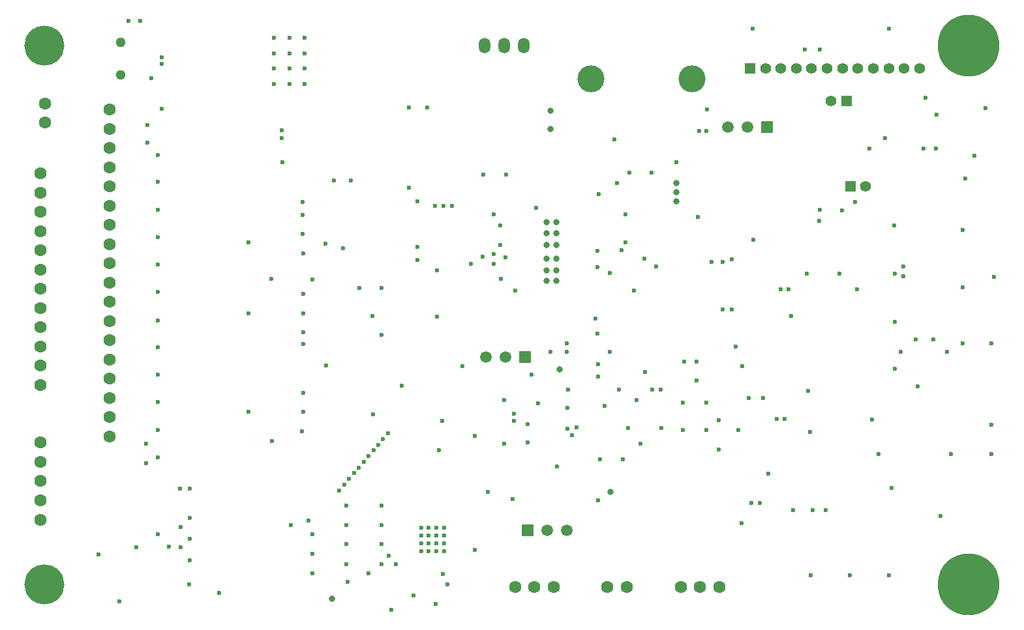
<source format=gbs>
G04*
G04 #@! TF.GenerationSoftware,Altium Limited,Altium Designer,19.0.14 (431)*
G04*
G04 Layer_Color=16711935*
%FSAX24Y24*%
%MOIN*%
G70*
G01*
G75*
%ADD81C,0.0315*%
%ADD87C,0.0236*%
%ADD88C,0.2047*%
%ADD89C,0.1378*%
%ADD90C,0.0551*%
%ADD91R,0.0551X0.0551*%
%ADD92R,0.0591X0.0591*%
%ADD93C,0.0591*%
%ADD94O,0.0591X0.0787*%
%ADD95C,0.0630*%
%ADD96C,0.3150*%
%ADD97C,0.0512*%
D81*
X028140Y017486D02*
D03*
X027640D02*
D03*
Y018036D02*
D03*
X028140D02*
D03*
X027640Y018636D02*
D03*
X028140D02*
D03*
X027640Y019336D02*
D03*
X028140D02*
D03*
X027640Y019936D02*
D03*
X028140D02*
D03*
Y020486D02*
D03*
X027640D02*
D03*
X034252Y021545D02*
D03*
Y022490D02*
D03*
Y022018D02*
D03*
X027835Y025276D02*
D03*
X030906Y006693D02*
D03*
X016654Y001220D02*
D03*
X028285Y012963D02*
D03*
X027835Y026181D02*
D03*
D87*
X022008Y003661D02*
D03*
X021614D02*
D03*
X021220D02*
D03*
X022402D02*
D03*
X022008Y004843D02*
D03*
X021614D02*
D03*
X021220D02*
D03*
X022402D02*
D03*
Y004055D02*
D03*
Y004449D02*
D03*
X021220Y004055D02*
D03*
X021614D02*
D03*
X021220Y004449D02*
D03*
X021614D02*
D03*
X022008Y004055D02*
D03*
Y004449D02*
D03*
X024370Y018740D02*
D03*
X049488Y023898D02*
D03*
X037628Y013110D02*
D03*
X035787Y009856D02*
D03*
X037441D02*
D03*
X022047Y015647D02*
D03*
X020236Y012126D02*
D03*
X022047Y018032D02*
D03*
X021024Y021575D02*
D03*
X015472Y005236D02*
D03*
X034593Y011260D02*
D03*
X032677Y012835D02*
D03*
X032244Y011378D02*
D03*
X028701Y010984D02*
D03*
X028937Y009606D02*
D03*
X028701Y009921D02*
D03*
X029173Y010000D02*
D03*
X027205Y011220D02*
D03*
X030591Y011102D02*
D03*
X031339Y011929D02*
D03*
X030354Y008346D02*
D03*
X031535D02*
D03*
X032441Y009173D02*
D03*
X019685Y000669D02*
D03*
X022323Y002480D02*
D03*
X048898Y020079D02*
D03*
Y017165D02*
D03*
X005787Y001102D02*
D03*
X017402Y006002D02*
D03*
X019213D02*
D03*
X025273Y019331D02*
D03*
X025540Y018701D02*
D03*
X024921Y020906D02*
D03*
X025273Y020333D02*
D03*
X015122Y009803D02*
D03*
X030236Y019016D02*
D03*
X031669Y019465D02*
D03*
X045433Y015394D02*
D03*
X046496Y014488D02*
D03*
X026654Y009213D02*
D03*
Y010157D02*
D03*
X025965Y010335D02*
D03*
X019567Y003425D02*
D03*
X018039Y007937D02*
D03*
X018783Y008811D02*
D03*
X018535Y008520D02*
D03*
X017543Y007354D02*
D03*
X017295Y007063D02*
D03*
X017791Y007646D02*
D03*
X018287Y008228D02*
D03*
X019031Y009102D02*
D03*
X015157Y021535D02*
D03*
X019528Y009685D02*
D03*
X019280Y009394D02*
D03*
X036417Y010354D02*
D03*
X037953Y011496D02*
D03*
X035315Y013346D02*
D03*
X030276Y006260D02*
D03*
X017244Y019173D02*
D03*
X015669Y017559D02*
D03*
X024409Y022913D02*
D03*
X025551D02*
D03*
X019213Y014724D02*
D03*
X018780Y010669D02*
D03*
X045142Y002433D02*
D03*
X041142Y002417D02*
D03*
X013591Y009295D02*
D03*
X022283Y010315D02*
D03*
X050512Y017677D02*
D03*
X018740Y015709D02*
D03*
X026024Y017008D02*
D03*
X023346Y013110D02*
D03*
X036063Y018463D02*
D03*
X034675Y013346D02*
D03*
X037283Y014134D02*
D03*
X028661Y014291D02*
D03*
X026850Y012677D02*
D03*
X030118Y015551D02*
D03*
X037087Y016024D02*
D03*
X036616D02*
D03*
Y018463D02*
D03*
X019213Y017126D02*
D03*
X021024Y018543D02*
D03*
X018059Y017138D02*
D03*
X017638Y022638D02*
D03*
X016772D02*
D03*
X015197Y014252D02*
D03*
X015157Y020866D02*
D03*
X016378Y013150D02*
D03*
X015197Y011772D02*
D03*
X013553Y017588D02*
D03*
X015197Y018898D02*
D03*
Y010787D02*
D03*
X017047Y006772D02*
D03*
X022559Y001969D02*
D03*
X037087Y018583D02*
D03*
X007441Y027874D02*
D03*
X024921Y018858D02*
D03*
Y018346D02*
D03*
X031220Y022480D02*
D03*
X030315Y021929D02*
D03*
X027087Y021220D02*
D03*
X023780Y018346D02*
D03*
X021516Y026358D02*
D03*
X028661Y013858D02*
D03*
X015276Y028346D02*
D03*
Y029134D02*
D03*
Y027559D02*
D03*
X015197Y016811D02*
D03*
X016338Y019409D02*
D03*
X012402Y019449D02*
D03*
X015157Y019882D02*
D03*
X013701Y029134D02*
D03*
Y028346D02*
D03*
Y027559D02*
D03*
X014094Y024803D02*
D03*
Y025197D02*
D03*
X014134Y023543D02*
D03*
X014488Y028346D02*
D03*
Y027559D02*
D03*
Y029134D02*
D03*
X032992Y023031D02*
D03*
X036437Y008858D02*
D03*
X035827Y026260D02*
D03*
X031102Y024724D02*
D03*
X025965Y010709D02*
D03*
X038976Y007638D02*
D03*
X041614Y029331D02*
D03*
X047576Y026008D02*
D03*
X021024Y019213D02*
D03*
X025906Y006339D02*
D03*
X019213Y005000D02*
D03*
X028740Y011929D02*
D03*
X030280Y013228D02*
D03*
X027835Y013858D02*
D03*
X033465Y011929D02*
D03*
X038711Y011496D02*
D03*
X022126Y008819D02*
D03*
X025472Y009173D02*
D03*
X023976Y009567D02*
D03*
X037598Y005079D02*
D03*
X023976Y003740D02*
D03*
X019921Y002992D02*
D03*
X021969Y000945D02*
D03*
X040827Y029331D02*
D03*
X044921Y024803D02*
D03*
X006260Y030787D02*
D03*
X006654Y003858D02*
D03*
X004724Y003504D02*
D03*
X041575Y020551D02*
D03*
X044252Y010394D02*
D03*
X033228Y018228D02*
D03*
X040000Y017047D02*
D03*
X039606D02*
D03*
X024646Y006693D02*
D03*
X006850Y030787D02*
D03*
X050354Y008622D02*
D03*
X045433Y017874D02*
D03*
X031811Y009961D02*
D03*
X033031Y011929D02*
D03*
X025472Y011378D02*
D03*
X028150Y007992D02*
D03*
X030276Y012598D02*
D03*
X030852Y013858D02*
D03*
X045866Y018228D02*
D03*
X045748Y013858D02*
D03*
X043504Y017047D02*
D03*
X045866Y017717D02*
D03*
X039409Y010433D02*
D03*
X045394Y020315D02*
D03*
X042717Y021102D02*
D03*
X042598Y017874D02*
D03*
X040118Y015709D02*
D03*
X040945Y017874D02*
D03*
X038110Y006142D02*
D03*
X039803Y010433D02*
D03*
X038543Y006142D02*
D03*
X044134Y024252D02*
D03*
X050354Y014291D02*
D03*
Y010118D02*
D03*
X048307Y008622D02*
D03*
X041102Y009764D02*
D03*
X046614Y012087D02*
D03*
X044583Y008639D02*
D03*
X048898Y014291D02*
D03*
X025307Y017606D02*
D03*
X040984Y011850D02*
D03*
X045433Y012992D02*
D03*
X047402Y014488D02*
D03*
X048110Y013858D02*
D03*
X043134Y002425D02*
D03*
X035433Y025157D02*
D03*
X035787D02*
D03*
X020591Y026358D02*
D03*
X031654Y020906D02*
D03*
X032638Y018623D02*
D03*
X031850Y023031D02*
D03*
X015276Y029921D02*
D03*
X014488D02*
D03*
X013701D02*
D03*
X022362Y021339D02*
D03*
X021929D02*
D03*
X022795D02*
D03*
X020591Y022244D02*
D03*
X030236Y014799D02*
D03*
X007953Y026299D02*
D03*
Y028583D02*
D03*
Y028937D02*
D03*
X007244Y024567D02*
D03*
Y025472D02*
D03*
X049016Y022717D02*
D03*
X043386Y021535D02*
D03*
X035358Y020752D02*
D03*
X020827Y001378D02*
D03*
X033504Y009961D02*
D03*
X018543Y002539D02*
D03*
X009409Y004291D02*
D03*
X035315Y012402D02*
D03*
X032106Y016995D02*
D03*
X034252Y023543D02*
D03*
X047756Y005472D02*
D03*
X017480Y002087D02*
D03*
X015669Y002512D02*
D03*
Y003512D02*
D03*
Y004512D02*
D03*
X014577Y004994D02*
D03*
X012411Y010787D02*
D03*
Y015827D02*
D03*
X034593Y009856D02*
D03*
X007756Y023937D02*
D03*
X030852Y017884D02*
D03*
X041220Y005748D02*
D03*
X040236D02*
D03*
X045118Y030394D02*
D03*
X038150Y030394D02*
D03*
X010886Y001529D02*
D03*
X041890Y005748D02*
D03*
X047008Y026850D02*
D03*
X046909Y024252D02*
D03*
X047520D02*
D03*
X019213Y004014D02*
D03*
Y002992D02*
D03*
X030236Y018189D02*
D03*
X008898Y006850D02*
D03*
X038189Y019606D02*
D03*
X031462Y019060D02*
D03*
X050079Y026339D02*
D03*
X035787Y011260D02*
D03*
X045276Y006890D02*
D03*
X007756Y004528D02*
D03*
X008346Y003898D02*
D03*
X009409Y006850D02*
D03*
X007756Y022559D02*
D03*
Y021142D02*
D03*
X007165Y009173D02*
D03*
X007756Y009871D02*
D03*
Y011287D02*
D03*
Y012684D02*
D03*
Y014094D02*
D03*
Y015472D02*
D03*
Y016929D02*
D03*
Y019724D02*
D03*
Y008465D02*
D03*
X008937Y003858D02*
D03*
Y004882D02*
D03*
X009409Y005354D02*
D03*
X007165Y008150D02*
D03*
X007756Y018311D02*
D03*
X009409Y003189D02*
D03*
X009370Y001969D02*
D03*
X017402Y005000D02*
D03*
Y004014D02*
D03*
Y002992D02*
D03*
X015197Y014843D02*
D03*
Y015827D02*
D03*
X041614Y021142D02*
D03*
D88*
X001969Y001969D02*
D03*
Y029528D02*
D03*
D89*
X035067Y027835D02*
D03*
X029894D02*
D03*
D90*
X046693Y028346D02*
D03*
X045906D02*
D03*
X043543D02*
D03*
X042756D02*
D03*
X041968D02*
D03*
X041181D02*
D03*
X040394D02*
D03*
X039606D02*
D03*
X038819D02*
D03*
X044331D02*
D03*
X045118D02*
D03*
X042165Y026693D02*
D03*
X043937Y022323D02*
D03*
D91*
X038031Y028346D02*
D03*
X042953Y026693D02*
D03*
X043150Y022323D02*
D03*
D92*
X026528Y013583D02*
D03*
X038913Y025354D02*
D03*
X026677Y004724D02*
D03*
D93*
X025528Y013583D02*
D03*
X024528D02*
D03*
X037913Y025354D02*
D03*
X036913D02*
D03*
X028677Y004724D02*
D03*
X027677D02*
D03*
D94*
X026472Y029528D02*
D03*
X025472D02*
D03*
X024472D02*
D03*
D95*
X034488Y001811D02*
D03*
X035472D02*
D03*
X036457D02*
D03*
X005315Y022323D02*
D03*
Y026260D02*
D03*
Y025276D02*
D03*
Y024291D02*
D03*
Y023307D02*
D03*
Y019370D02*
D03*
Y020354D02*
D03*
Y021339D02*
D03*
Y018386D02*
D03*
Y015433D02*
D03*
Y017402D02*
D03*
Y016417D02*
D03*
Y012480D02*
D03*
Y013465D02*
D03*
Y011496D02*
D03*
Y014449D02*
D03*
Y009528D02*
D03*
Y010512D02*
D03*
X001772Y005276D02*
D03*
Y009213D02*
D03*
Y008228D02*
D03*
Y007244D02*
D03*
Y006260D02*
D03*
Y019055D02*
D03*
Y022992D02*
D03*
Y022008D02*
D03*
Y021024D02*
D03*
Y020039D02*
D03*
Y016102D02*
D03*
Y017087D02*
D03*
Y018071D02*
D03*
Y015118D02*
D03*
Y012165D02*
D03*
Y014134D02*
D03*
Y013150D02*
D03*
X030748Y001811D02*
D03*
X031732D02*
D03*
X026024D02*
D03*
X027008D02*
D03*
X027992D02*
D03*
X002008Y025591D02*
D03*
Y026575D02*
D03*
D96*
X049213Y001969D02*
D03*
Y029528D02*
D03*
D97*
X005866Y028031D02*
D03*
Y029685D02*
D03*
M02*

</source>
